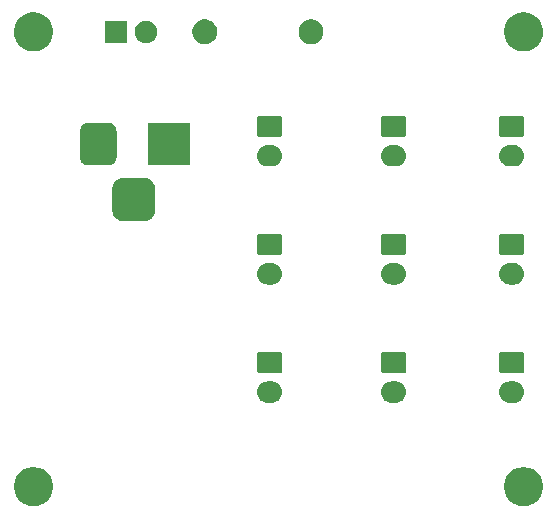
<source format=gbr>
G04 #@! TF.GenerationSoftware,KiCad,Pcbnew,(5.1.4)-1*
G04 #@! TF.CreationDate,2020-10-15T16:48:05+03:00*
G04 #@! TF.ProjectId,12V5A_breakout,31325635-415f-4627-9265-616b6f75742e,rev?*
G04 #@! TF.SameCoordinates,Original*
G04 #@! TF.FileFunction,Soldermask,Top*
G04 #@! TF.FilePolarity,Negative*
%FSLAX46Y46*%
G04 Gerber Fmt 4.6, Leading zero omitted, Abs format (unit mm)*
G04 Created by KiCad (PCBNEW (5.1.4)-1) date 2020-10-15 16:48:05*
%MOMM*%
%LPD*%
G04 APERTURE LIST*
%ADD10C,0.100000*%
G04 APERTURE END LIST*
D10*
G36*
X120375256Y-79891298D02*
G01*
X120481579Y-79912447D01*
X120782042Y-80036903D01*
X121052451Y-80217585D01*
X121282415Y-80447549D01*
X121463097Y-80717958D01*
X121587553Y-81018421D01*
X121651000Y-81337391D01*
X121651000Y-81662609D01*
X121587553Y-81981579D01*
X121463097Y-82282042D01*
X121282415Y-82552451D01*
X121052451Y-82782415D01*
X120782042Y-82963097D01*
X120481579Y-83087553D01*
X120375256Y-83108702D01*
X120162611Y-83151000D01*
X119837389Y-83151000D01*
X119624744Y-83108702D01*
X119518421Y-83087553D01*
X119217958Y-82963097D01*
X118947549Y-82782415D01*
X118717585Y-82552451D01*
X118536903Y-82282042D01*
X118412447Y-81981579D01*
X118349000Y-81662609D01*
X118349000Y-81337391D01*
X118412447Y-81018421D01*
X118536903Y-80717958D01*
X118717585Y-80447549D01*
X118947549Y-80217585D01*
X119217958Y-80036903D01*
X119518421Y-79912447D01*
X119624744Y-79891298D01*
X119837389Y-79849000D01*
X120162611Y-79849000D01*
X120375256Y-79891298D01*
X120375256Y-79891298D01*
G37*
G36*
X78875256Y-79891298D02*
G01*
X78981579Y-79912447D01*
X79282042Y-80036903D01*
X79552451Y-80217585D01*
X79782415Y-80447549D01*
X79963097Y-80717958D01*
X80087553Y-81018421D01*
X80151000Y-81337391D01*
X80151000Y-81662609D01*
X80087553Y-81981579D01*
X79963097Y-82282042D01*
X79782415Y-82552451D01*
X79552451Y-82782415D01*
X79282042Y-82963097D01*
X78981579Y-83087553D01*
X78875256Y-83108702D01*
X78662611Y-83151000D01*
X78337389Y-83151000D01*
X78124744Y-83108702D01*
X78018421Y-83087553D01*
X77717958Y-82963097D01*
X77447549Y-82782415D01*
X77217585Y-82552451D01*
X77036903Y-82282042D01*
X76912447Y-81981579D01*
X76849000Y-81662609D01*
X76849000Y-81337391D01*
X76912447Y-81018421D01*
X77036903Y-80717958D01*
X77217585Y-80447549D01*
X77447549Y-80217585D01*
X77717958Y-80036903D01*
X78018421Y-79912447D01*
X78124744Y-79891298D01*
X78337389Y-79849000D01*
X78662611Y-79849000D01*
X78875256Y-79891298D01*
X78875256Y-79891298D01*
G37*
G36*
X119260443Y-72605519D02*
G01*
X119326627Y-72612037D01*
X119496466Y-72663557D01*
X119652991Y-72747222D01*
X119688729Y-72776552D01*
X119790186Y-72859814D01*
X119873448Y-72961271D01*
X119902778Y-72997009D01*
X119986443Y-73153534D01*
X120037963Y-73323373D01*
X120055359Y-73500000D01*
X120037963Y-73676627D01*
X119986443Y-73846466D01*
X119902778Y-74002991D01*
X119873448Y-74038729D01*
X119790186Y-74140186D01*
X119688729Y-74223448D01*
X119652991Y-74252778D01*
X119496466Y-74336443D01*
X119326627Y-74387963D01*
X119260442Y-74394482D01*
X119194260Y-74401000D01*
X118805740Y-74401000D01*
X118739558Y-74394482D01*
X118673373Y-74387963D01*
X118503534Y-74336443D01*
X118347009Y-74252778D01*
X118311271Y-74223448D01*
X118209814Y-74140186D01*
X118126552Y-74038729D01*
X118097222Y-74002991D01*
X118013557Y-73846466D01*
X117962037Y-73676627D01*
X117944641Y-73500000D01*
X117962037Y-73323373D01*
X118013557Y-73153534D01*
X118097222Y-72997009D01*
X118126552Y-72961271D01*
X118209814Y-72859814D01*
X118311271Y-72776552D01*
X118347009Y-72747222D01*
X118503534Y-72663557D01*
X118673373Y-72612037D01*
X118739557Y-72605519D01*
X118805740Y-72599000D01*
X119194260Y-72599000D01*
X119260443Y-72605519D01*
X119260443Y-72605519D01*
G37*
G36*
X109260443Y-72605519D02*
G01*
X109326627Y-72612037D01*
X109496466Y-72663557D01*
X109652991Y-72747222D01*
X109688729Y-72776552D01*
X109790186Y-72859814D01*
X109873448Y-72961271D01*
X109902778Y-72997009D01*
X109986443Y-73153534D01*
X110037963Y-73323373D01*
X110055359Y-73500000D01*
X110037963Y-73676627D01*
X109986443Y-73846466D01*
X109902778Y-74002991D01*
X109873448Y-74038729D01*
X109790186Y-74140186D01*
X109688729Y-74223448D01*
X109652991Y-74252778D01*
X109496466Y-74336443D01*
X109326627Y-74387963D01*
X109260442Y-74394482D01*
X109194260Y-74401000D01*
X108805740Y-74401000D01*
X108739558Y-74394482D01*
X108673373Y-74387963D01*
X108503534Y-74336443D01*
X108347009Y-74252778D01*
X108311271Y-74223448D01*
X108209814Y-74140186D01*
X108126552Y-74038729D01*
X108097222Y-74002991D01*
X108013557Y-73846466D01*
X107962037Y-73676627D01*
X107944641Y-73500000D01*
X107962037Y-73323373D01*
X108013557Y-73153534D01*
X108097222Y-72997009D01*
X108126552Y-72961271D01*
X108209814Y-72859814D01*
X108311271Y-72776552D01*
X108347009Y-72747222D01*
X108503534Y-72663557D01*
X108673373Y-72612037D01*
X108739557Y-72605519D01*
X108805740Y-72599000D01*
X109194260Y-72599000D01*
X109260443Y-72605519D01*
X109260443Y-72605519D01*
G37*
G36*
X98760443Y-72605519D02*
G01*
X98826627Y-72612037D01*
X98996466Y-72663557D01*
X99152991Y-72747222D01*
X99188729Y-72776552D01*
X99290186Y-72859814D01*
X99373448Y-72961271D01*
X99402778Y-72997009D01*
X99486443Y-73153534D01*
X99537963Y-73323373D01*
X99555359Y-73500000D01*
X99537963Y-73676627D01*
X99486443Y-73846466D01*
X99402778Y-74002991D01*
X99373448Y-74038729D01*
X99290186Y-74140186D01*
X99188729Y-74223448D01*
X99152991Y-74252778D01*
X98996466Y-74336443D01*
X98826627Y-74387963D01*
X98760442Y-74394482D01*
X98694260Y-74401000D01*
X98305740Y-74401000D01*
X98239558Y-74394482D01*
X98173373Y-74387963D01*
X98003534Y-74336443D01*
X97847009Y-74252778D01*
X97811271Y-74223448D01*
X97709814Y-74140186D01*
X97626552Y-74038729D01*
X97597222Y-74002991D01*
X97513557Y-73846466D01*
X97462037Y-73676627D01*
X97444641Y-73500000D01*
X97462037Y-73323373D01*
X97513557Y-73153534D01*
X97597222Y-72997009D01*
X97626552Y-72961271D01*
X97709814Y-72859814D01*
X97811271Y-72776552D01*
X97847009Y-72747222D01*
X98003534Y-72663557D01*
X98173373Y-72612037D01*
X98239557Y-72605519D01*
X98305740Y-72599000D01*
X98694260Y-72599000D01*
X98760443Y-72605519D01*
X98760443Y-72605519D01*
G37*
G36*
X119908600Y-70102989D02*
G01*
X119941652Y-70113015D01*
X119972103Y-70129292D01*
X119998799Y-70151201D01*
X120020708Y-70177897D01*
X120036985Y-70208348D01*
X120047011Y-70241400D01*
X120051000Y-70281903D01*
X120051000Y-71718097D01*
X120047011Y-71758600D01*
X120036985Y-71791652D01*
X120020708Y-71822103D01*
X119998799Y-71848799D01*
X119972103Y-71870708D01*
X119941652Y-71886985D01*
X119908600Y-71897011D01*
X119868097Y-71901000D01*
X118131903Y-71901000D01*
X118091400Y-71897011D01*
X118058348Y-71886985D01*
X118027897Y-71870708D01*
X118001201Y-71848799D01*
X117979292Y-71822103D01*
X117963015Y-71791652D01*
X117952989Y-71758600D01*
X117949000Y-71718097D01*
X117949000Y-70281903D01*
X117952989Y-70241400D01*
X117963015Y-70208348D01*
X117979292Y-70177897D01*
X118001201Y-70151201D01*
X118027897Y-70129292D01*
X118058348Y-70113015D01*
X118091400Y-70102989D01*
X118131903Y-70099000D01*
X119868097Y-70099000D01*
X119908600Y-70102989D01*
X119908600Y-70102989D01*
G37*
G36*
X109908600Y-70102989D02*
G01*
X109941652Y-70113015D01*
X109972103Y-70129292D01*
X109998799Y-70151201D01*
X110020708Y-70177897D01*
X110036985Y-70208348D01*
X110047011Y-70241400D01*
X110051000Y-70281903D01*
X110051000Y-71718097D01*
X110047011Y-71758600D01*
X110036985Y-71791652D01*
X110020708Y-71822103D01*
X109998799Y-71848799D01*
X109972103Y-71870708D01*
X109941652Y-71886985D01*
X109908600Y-71897011D01*
X109868097Y-71901000D01*
X108131903Y-71901000D01*
X108091400Y-71897011D01*
X108058348Y-71886985D01*
X108027897Y-71870708D01*
X108001201Y-71848799D01*
X107979292Y-71822103D01*
X107963015Y-71791652D01*
X107952989Y-71758600D01*
X107949000Y-71718097D01*
X107949000Y-70281903D01*
X107952989Y-70241400D01*
X107963015Y-70208348D01*
X107979292Y-70177897D01*
X108001201Y-70151201D01*
X108027897Y-70129292D01*
X108058348Y-70113015D01*
X108091400Y-70102989D01*
X108131903Y-70099000D01*
X109868097Y-70099000D01*
X109908600Y-70102989D01*
X109908600Y-70102989D01*
G37*
G36*
X99408600Y-70102989D02*
G01*
X99441652Y-70113015D01*
X99472103Y-70129292D01*
X99498799Y-70151201D01*
X99520708Y-70177897D01*
X99536985Y-70208348D01*
X99547011Y-70241400D01*
X99551000Y-70281903D01*
X99551000Y-71718097D01*
X99547011Y-71758600D01*
X99536985Y-71791652D01*
X99520708Y-71822103D01*
X99498799Y-71848799D01*
X99472103Y-71870708D01*
X99441652Y-71886985D01*
X99408600Y-71897011D01*
X99368097Y-71901000D01*
X97631903Y-71901000D01*
X97591400Y-71897011D01*
X97558348Y-71886985D01*
X97527897Y-71870708D01*
X97501201Y-71848799D01*
X97479292Y-71822103D01*
X97463015Y-71791652D01*
X97452989Y-71758600D01*
X97449000Y-71718097D01*
X97449000Y-70281903D01*
X97452989Y-70241400D01*
X97463015Y-70208348D01*
X97479292Y-70177897D01*
X97501201Y-70151201D01*
X97527897Y-70129292D01*
X97558348Y-70113015D01*
X97591400Y-70102989D01*
X97631903Y-70099000D01*
X99368097Y-70099000D01*
X99408600Y-70102989D01*
X99408600Y-70102989D01*
G37*
G36*
X98760442Y-62605518D02*
G01*
X98826627Y-62612037D01*
X98996466Y-62663557D01*
X99152991Y-62747222D01*
X99188729Y-62776552D01*
X99290186Y-62859814D01*
X99373448Y-62961271D01*
X99402778Y-62997009D01*
X99486443Y-63153534D01*
X99537963Y-63323373D01*
X99555359Y-63500000D01*
X99537963Y-63676627D01*
X99486443Y-63846466D01*
X99402778Y-64002991D01*
X99373448Y-64038729D01*
X99290186Y-64140186D01*
X99188729Y-64223448D01*
X99152991Y-64252778D01*
X98996466Y-64336443D01*
X98826627Y-64387963D01*
X98760442Y-64394482D01*
X98694260Y-64401000D01*
X98305740Y-64401000D01*
X98239558Y-64394482D01*
X98173373Y-64387963D01*
X98003534Y-64336443D01*
X97847009Y-64252778D01*
X97811271Y-64223448D01*
X97709814Y-64140186D01*
X97626552Y-64038729D01*
X97597222Y-64002991D01*
X97513557Y-63846466D01*
X97462037Y-63676627D01*
X97444641Y-63500000D01*
X97462037Y-63323373D01*
X97513557Y-63153534D01*
X97597222Y-62997009D01*
X97626552Y-62961271D01*
X97709814Y-62859814D01*
X97811271Y-62776552D01*
X97847009Y-62747222D01*
X98003534Y-62663557D01*
X98173373Y-62612037D01*
X98239558Y-62605518D01*
X98305740Y-62599000D01*
X98694260Y-62599000D01*
X98760442Y-62605518D01*
X98760442Y-62605518D01*
G37*
G36*
X119260442Y-62605518D02*
G01*
X119326627Y-62612037D01*
X119496466Y-62663557D01*
X119652991Y-62747222D01*
X119688729Y-62776552D01*
X119790186Y-62859814D01*
X119873448Y-62961271D01*
X119902778Y-62997009D01*
X119986443Y-63153534D01*
X120037963Y-63323373D01*
X120055359Y-63500000D01*
X120037963Y-63676627D01*
X119986443Y-63846466D01*
X119902778Y-64002991D01*
X119873448Y-64038729D01*
X119790186Y-64140186D01*
X119688729Y-64223448D01*
X119652991Y-64252778D01*
X119496466Y-64336443D01*
X119326627Y-64387963D01*
X119260442Y-64394482D01*
X119194260Y-64401000D01*
X118805740Y-64401000D01*
X118739558Y-64394482D01*
X118673373Y-64387963D01*
X118503534Y-64336443D01*
X118347009Y-64252778D01*
X118311271Y-64223448D01*
X118209814Y-64140186D01*
X118126552Y-64038729D01*
X118097222Y-64002991D01*
X118013557Y-63846466D01*
X117962037Y-63676627D01*
X117944641Y-63500000D01*
X117962037Y-63323373D01*
X118013557Y-63153534D01*
X118097222Y-62997009D01*
X118126552Y-62961271D01*
X118209814Y-62859814D01*
X118311271Y-62776552D01*
X118347009Y-62747222D01*
X118503534Y-62663557D01*
X118673373Y-62612037D01*
X118739558Y-62605518D01*
X118805740Y-62599000D01*
X119194260Y-62599000D01*
X119260442Y-62605518D01*
X119260442Y-62605518D01*
G37*
G36*
X109260442Y-62605518D02*
G01*
X109326627Y-62612037D01*
X109496466Y-62663557D01*
X109652991Y-62747222D01*
X109688729Y-62776552D01*
X109790186Y-62859814D01*
X109873448Y-62961271D01*
X109902778Y-62997009D01*
X109986443Y-63153534D01*
X110037963Y-63323373D01*
X110055359Y-63500000D01*
X110037963Y-63676627D01*
X109986443Y-63846466D01*
X109902778Y-64002991D01*
X109873448Y-64038729D01*
X109790186Y-64140186D01*
X109688729Y-64223448D01*
X109652991Y-64252778D01*
X109496466Y-64336443D01*
X109326627Y-64387963D01*
X109260442Y-64394482D01*
X109194260Y-64401000D01*
X108805740Y-64401000D01*
X108739558Y-64394482D01*
X108673373Y-64387963D01*
X108503534Y-64336443D01*
X108347009Y-64252778D01*
X108311271Y-64223448D01*
X108209814Y-64140186D01*
X108126552Y-64038729D01*
X108097222Y-64002991D01*
X108013557Y-63846466D01*
X107962037Y-63676627D01*
X107944641Y-63500000D01*
X107962037Y-63323373D01*
X108013557Y-63153534D01*
X108097222Y-62997009D01*
X108126552Y-62961271D01*
X108209814Y-62859814D01*
X108311271Y-62776552D01*
X108347009Y-62747222D01*
X108503534Y-62663557D01*
X108673373Y-62612037D01*
X108739558Y-62605518D01*
X108805740Y-62599000D01*
X109194260Y-62599000D01*
X109260442Y-62605518D01*
X109260442Y-62605518D01*
G37*
G36*
X99408600Y-60102989D02*
G01*
X99441652Y-60113015D01*
X99472103Y-60129292D01*
X99498799Y-60151201D01*
X99520708Y-60177897D01*
X99536985Y-60208348D01*
X99547011Y-60241400D01*
X99551000Y-60281903D01*
X99551000Y-61718097D01*
X99547011Y-61758600D01*
X99536985Y-61791652D01*
X99520708Y-61822103D01*
X99498799Y-61848799D01*
X99472103Y-61870708D01*
X99441652Y-61886985D01*
X99408600Y-61897011D01*
X99368097Y-61901000D01*
X97631903Y-61901000D01*
X97591400Y-61897011D01*
X97558348Y-61886985D01*
X97527897Y-61870708D01*
X97501201Y-61848799D01*
X97479292Y-61822103D01*
X97463015Y-61791652D01*
X97452989Y-61758600D01*
X97449000Y-61718097D01*
X97449000Y-60281903D01*
X97452989Y-60241400D01*
X97463015Y-60208348D01*
X97479292Y-60177897D01*
X97501201Y-60151201D01*
X97527897Y-60129292D01*
X97558348Y-60113015D01*
X97591400Y-60102989D01*
X97631903Y-60099000D01*
X99368097Y-60099000D01*
X99408600Y-60102989D01*
X99408600Y-60102989D01*
G37*
G36*
X109908600Y-60102989D02*
G01*
X109941652Y-60113015D01*
X109972103Y-60129292D01*
X109998799Y-60151201D01*
X110020708Y-60177897D01*
X110036985Y-60208348D01*
X110047011Y-60241400D01*
X110051000Y-60281903D01*
X110051000Y-61718097D01*
X110047011Y-61758600D01*
X110036985Y-61791652D01*
X110020708Y-61822103D01*
X109998799Y-61848799D01*
X109972103Y-61870708D01*
X109941652Y-61886985D01*
X109908600Y-61897011D01*
X109868097Y-61901000D01*
X108131903Y-61901000D01*
X108091400Y-61897011D01*
X108058348Y-61886985D01*
X108027897Y-61870708D01*
X108001201Y-61848799D01*
X107979292Y-61822103D01*
X107963015Y-61791652D01*
X107952989Y-61758600D01*
X107949000Y-61718097D01*
X107949000Y-60281903D01*
X107952989Y-60241400D01*
X107963015Y-60208348D01*
X107979292Y-60177897D01*
X108001201Y-60151201D01*
X108027897Y-60129292D01*
X108058348Y-60113015D01*
X108091400Y-60102989D01*
X108131903Y-60099000D01*
X109868097Y-60099000D01*
X109908600Y-60102989D01*
X109908600Y-60102989D01*
G37*
G36*
X119908600Y-60102989D02*
G01*
X119941652Y-60113015D01*
X119972103Y-60129292D01*
X119998799Y-60151201D01*
X120020708Y-60177897D01*
X120036985Y-60208348D01*
X120047011Y-60241400D01*
X120051000Y-60281903D01*
X120051000Y-61718097D01*
X120047011Y-61758600D01*
X120036985Y-61791652D01*
X120020708Y-61822103D01*
X119998799Y-61848799D01*
X119972103Y-61870708D01*
X119941652Y-61886985D01*
X119908600Y-61897011D01*
X119868097Y-61901000D01*
X118131903Y-61901000D01*
X118091400Y-61897011D01*
X118058348Y-61886985D01*
X118027897Y-61870708D01*
X118001201Y-61848799D01*
X117979292Y-61822103D01*
X117963015Y-61791652D01*
X117952989Y-61758600D01*
X117949000Y-61718097D01*
X117949000Y-60281903D01*
X117952989Y-60241400D01*
X117963015Y-60208348D01*
X117979292Y-60177897D01*
X118001201Y-60151201D01*
X118027897Y-60129292D01*
X118058348Y-60113015D01*
X118091400Y-60102989D01*
X118131903Y-60099000D01*
X119868097Y-60099000D01*
X119908600Y-60102989D01*
X119908600Y-60102989D01*
G37*
G36*
X88126366Y-55415695D02*
G01*
X88283460Y-55463349D01*
X88428231Y-55540731D01*
X88555128Y-55644872D01*
X88659269Y-55771769D01*
X88736651Y-55916540D01*
X88784305Y-56073634D01*
X88801000Y-56243140D01*
X88801000Y-58156860D01*
X88784305Y-58326366D01*
X88736651Y-58483460D01*
X88659269Y-58628231D01*
X88555128Y-58755128D01*
X88428231Y-58859269D01*
X88283460Y-58936651D01*
X88126366Y-58984305D01*
X87956860Y-59001000D01*
X86043140Y-59001000D01*
X85873634Y-58984305D01*
X85716540Y-58936651D01*
X85571769Y-58859269D01*
X85444872Y-58755128D01*
X85340731Y-58628231D01*
X85263349Y-58483460D01*
X85215695Y-58326366D01*
X85199000Y-58156860D01*
X85199000Y-56243140D01*
X85215695Y-56073634D01*
X85263349Y-55916540D01*
X85340731Y-55771769D01*
X85444872Y-55644872D01*
X85571769Y-55540731D01*
X85716540Y-55463349D01*
X85873634Y-55415695D01*
X86043140Y-55399000D01*
X87956860Y-55399000D01*
X88126366Y-55415695D01*
X88126366Y-55415695D01*
G37*
G36*
X98760443Y-52605519D02*
G01*
X98826627Y-52612037D01*
X98996466Y-52663557D01*
X99152991Y-52747222D01*
X99188729Y-52776552D01*
X99290186Y-52859814D01*
X99373448Y-52961271D01*
X99402778Y-52997009D01*
X99486443Y-53153534D01*
X99537963Y-53323373D01*
X99555359Y-53500000D01*
X99537963Y-53676627D01*
X99486443Y-53846466D01*
X99402778Y-54002991D01*
X99373448Y-54038729D01*
X99290186Y-54140186D01*
X99188729Y-54223448D01*
X99152991Y-54252778D01*
X98996466Y-54336443D01*
X98826627Y-54387963D01*
X98760443Y-54394481D01*
X98694260Y-54401000D01*
X98305740Y-54401000D01*
X98239557Y-54394481D01*
X98173373Y-54387963D01*
X98003534Y-54336443D01*
X97847009Y-54252778D01*
X97811271Y-54223448D01*
X97709814Y-54140186D01*
X97626552Y-54038729D01*
X97597222Y-54002991D01*
X97513557Y-53846466D01*
X97462037Y-53676627D01*
X97444641Y-53500000D01*
X97462037Y-53323373D01*
X97513557Y-53153534D01*
X97597222Y-52997009D01*
X97626552Y-52961271D01*
X97709814Y-52859814D01*
X97811271Y-52776552D01*
X97847009Y-52747222D01*
X98003534Y-52663557D01*
X98173373Y-52612037D01*
X98239557Y-52605519D01*
X98305740Y-52599000D01*
X98694260Y-52599000D01*
X98760443Y-52605519D01*
X98760443Y-52605519D01*
G37*
G36*
X119260443Y-52605519D02*
G01*
X119326627Y-52612037D01*
X119496466Y-52663557D01*
X119652991Y-52747222D01*
X119688729Y-52776552D01*
X119790186Y-52859814D01*
X119873448Y-52961271D01*
X119902778Y-52997009D01*
X119986443Y-53153534D01*
X120037963Y-53323373D01*
X120055359Y-53500000D01*
X120037963Y-53676627D01*
X119986443Y-53846466D01*
X119902778Y-54002991D01*
X119873448Y-54038729D01*
X119790186Y-54140186D01*
X119688729Y-54223448D01*
X119652991Y-54252778D01*
X119496466Y-54336443D01*
X119326627Y-54387963D01*
X119260443Y-54394481D01*
X119194260Y-54401000D01*
X118805740Y-54401000D01*
X118739557Y-54394481D01*
X118673373Y-54387963D01*
X118503534Y-54336443D01*
X118347009Y-54252778D01*
X118311271Y-54223448D01*
X118209814Y-54140186D01*
X118126552Y-54038729D01*
X118097222Y-54002991D01*
X118013557Y-53846466D01*
X117962037Y-53676627D01*
X117944641Y-53500000D01*
X117962037Y-53323373D01*
X118013557Y-53153534D01*
X118097222Y-52997009D01*
X118126552Y-52961271D01*
X118209814Y-52859814D01*
X118311271Y-52776552D01*
X118347009Y-52747222D01*
X118503534Y-52663557D01*
X118673373Y-52612037D01*
X118739557Y-52605519D01*
X118805740Y-52599000D01*
X119194260Y-52599000D01*
X119260443Y-52605519D01*
X119260443Y-52605519D01*
G37*
G36*
X109260443Y-52605519D02*
G01*
X109326627Y-52612037D01*
X109496466Y-52663557D01*
X109652991Y-52747222D01*
X109688729Y-52776552D01*
X109790186Y-52859814D01*
X109873448Y-52961271D01*
X109902778Y-52997009D01*
X109986443Y-53153534D01*
X110037963Y-53323373D01*
X110055359Y-53500000D01*
X110037963Y-53676627D01*
X109986443Y-53846466D01*
X109902778Y-54002991D01*
X109873448Y-54038729D01*
X109790186Y-54140186D01*
X109688729Y-54223448D01*
X109652991Y-54252778D01*
X109496466Y-54336443D01*
X109326627Y-54387963D01*
X109260443Y-54394481D01*
X109194260Y-54401000D01*
X108805740Y-54401000D01*
X108739557Y-54394481D01*
X108673373Y-54387963D01*
X108503534Y-54336443D01*
X108347009Y-54252778D01*
X108311271Y-54223448D01*
X108209814Y-54140186D01*
X108126552Y-54038729D01*
X108097222Y-54002991D01*
X108013557Y-53846466D01*
X107962037Y-53676627D01*
X107944641Y-53500000D01*
X107962037Y-53323373D01*
X108013557Y-53153534D01*
X108097222Y-52997009D01*
X108126552Y-52961271D01*
X108209814Y-52859814D01*
X108311271Y-52776552D01*
X108347009Y-52747222D01*
X108503534Y-52663557D01*
X108673373Y-52612037D01*
X108739557Y-52605519D01*
X108805740Y-52599000D01*
X109194260Y-52599000D01*
X109260443Y-52605519D01*
X109260443Y-52605519D01*
G37*
G36*
X91801000Y-54301000D02*
G01*
X88199000Y-54301000D01*
X88199000Y-50699000D01*
X91801000Y-50699000D01*
X91801000Y-54301000D01*
X91801000Y-54301000D01*
G37*
G36*
X84976979Y-50713293D02*
G01*
X85110625Y-50753834D01*
X85233784Y-50819664D01*
X85341740Y-50908260D01*
X85430336Y-51016216D01*
X85496166Y-51139375D01*
X85536707Y-51273021D01*
X85551000Y-51418140D01*
X85551000Y-53581860D01*
X85536707Y-53726979D01*
X85496166Y-53860625D01*
X85430336Y-53983784D01*
X85341740Y-54091740D01*
X85233784Y-54180336D01*
X85110625Y-54246166D01*
X84976979Y-54286707D01*
X84831860Y-54301000D01*
X83168140Y-54301000D01*
X83023021Y-54286707D01*
X82889375Y-54246166D01*
X82766216Y-54180336D01*
X82658260Y-54091740D01*
X82569664Y-53983784D01*
X82503834Y-53860625D01*
X82463293Y-53726979D01*
X82449000Y-53581860D01*
X82449000Y-51418140D01*
X82463293Y-51273021D01*
X82503834Y-51139375D01*
X82569664Y-51016216D01*
X82658260Y-50908260D01*
X82766216Y-50819664D01*
X82889375Y-50753834D01*
X83023021Y-50713293D01*
X83168140Y-50699000D01*
X84831860Y-50699000D01*
X84976979Y-50713293D01*
X84976979Y-50713293D01*
G37*
G36*
X99408600Y-50102989D02*
G01*
X99441652Y-50113015D01*
X99472103Y-50129292D01*
X99498799Y-50151201D01*
X99520708Y-50177897D01*
X99536985Y-50208348D01*
X99547011Y-50241400D01*
X99551000Y-50281903D01*
X99551000Y-51718097D01*
X99547011Y-51758600D01*
X99536985Y-51791652D01*
X99520708Y-51822103D01*
X99498799Y-51848799D01*
X99472103Y-51870708D01*
X99441652Y-51886985D01*
X99408600Y-51897011D01*
X99368097Y-51901000D01*
X97631903Y-51901000D01*
X97591400Y-51897011D01*
X97558348Y-51886985D01*
X97527897Y-51870708D01*
X97501201Y-51848799D01*
X97479292Y-51822103D01*
X97463015Y-51791652D01*
X97452989Y-51758600D01*
X97449000Y-51718097D01*
X97449000Y-50281903D01*
X97452989Y-50241400D01*
X97463015Y-50208348D01*
X97479292Y-50177897D01*
X97501201Y-50151201D01*
X97527897Y-50129292D01*
X97558348Y-50113015D01*
X97591400Y-50102989D01*
X97631903Y-50099000D01*
X99368097Y-50099000D01*
X99408600Y-50102989D01*
X99408600Y-50102989D01*
G37*
G36*
X109908600Y-50102989D02*
G01*
X109941652Y-50113015D01*
X109972103Y-50129292D01*
X109998799Y-50151201D01*
X110020708Y-50177897D01*
X110036985Y-50208348D01*
X110047011Y-50241400D01*
X110051000Y-50281903D01*
X110051000Y-51718097D01*
X110047011Y-51758600D01*
X110036985Y-51791652D01*
X110020708Y-51822103D01*
X109998799Y-51848799D01*
X109972103Y-51870708D01*
X109941652Y-51886985D01*
X109908600Y-51897011D01*
X109868097Y-51901000D01*
X108131903Y-51901000D01*
X108091400Y-51897011D01*
X108058348Y-51886985D01*
X108027897Y-51870708D01*
X108001201Y-51848799D01*
X107979292Y-51822103D01*
X107963015Y-51791652D01*
X107952989Y-51758600D01*
X107949000Y-51718097D01*
X107949000Y-50281903D01*
X107952989Y-50241400D01*
X107963015Y-50208348D01*
X107979292Y-50177897D01*
X108001201Y-50151201D01*
X108027897Y-50129292D01*
X108058348Y-50113015D01*
X108091400Y-50102989D01*
X108131903Y-50099000D01*
X109868097Y-50099000D01*
X109908600Y-50102989D01*
X109908600Y-50102989D01*
G37*
G36*
X119908600Y-50102989D02*
G01*
X119941652Y-50113015D01*
X119972103Y-50129292D01*
X119998799Y-50151201D01*
X120020708Y-50177897D01*
X120036985Y-50208348D01*
X120047011Y-50241400D01*
X120051000Y-50281903D01*
X120051000Y-51718097D01*
X120047011Y-51758600D01*
X120036985Y-51791652D01*
X120020708Y-51822103D01*
X119998799Y-51848799D01*
X119972103Y-51870708D01*
X119941652Y-51886985D01*
X119908600Y-51897011D01*
X119868097Y-51901000D01*
X118131903Y-51901000D01*
X118091400Y-51897011D01*
X118058348Y-51886985D01*
X118027897Y-51870708D01*
X118001201Y-51848799D01*
X117979292Y-51822103D01*
X117963015Y-51791652D01*
X117952989Y-51758600D01*
X117949000Y-51718097D01*
X117949000Y-50281903D01*
X117952989Y-50241400D01*
X117963015Y-50208348D01*
X117979292Y-50177897D01*
X118001201Y-50151201D01*
X118027897Y-50129292D01*
X118058348Y-50113015D01*
X118091400Y-50102989D01*
X118131903Y-50099000D01*
X119868097Y-50099000D01*
X119908600Y-50102989D01*
X119908600Y-50102989D01*
G37*
G36*
X78875256Y-41391298D02*
G01*
X78981579Y-41412447D01*
X79282042Y-41536903D01*
X79552451Y-41717585D01*
X79782415Y-41947549D01*
X79963097Y-42217958D01*
X80087553Y-42518421D01*
X80093742Y-42549534D01*
X80151000Y-42837389D01*
X80151000Y-43162611D01*
X80108702Y-43375256D01*
X80087553Y-43481579D01*
X79963097Y-43782042D01*
X79782415Y-44052451D01*
X79552451Y-44282415D01*
X79282042Y-44463097D01*
X78981579Y-44587553D01*
X78875256Y-44608702D01*
X78662611Y-44651000D01*
X78337389Y-44651000D01*
X78124744Y-44608702D01*
X78018421Y-44587553D01*
X77717958Y-44463097D01*
X77447549Y-44282415D01*
X77217585Y-44052451D01*
X77036903Y-43782042D01*
X76912447Y-43481579D01*
X76891298Y-43375256D01*
X76849000Y-43162611D01*
X76849000Y-42837389D01*
X76906258Y-42549534D01*
X76912447Y-42518421D01*
X77036903Y-42217958D01*
X77217585Y-41947549D01*
X77447549Y-41717585D01*
X77717958Y-41536903D01*
X78018421Y-41412447D01*
X78124744Y-41391298D01*
X78337389Y-41349000D01*
X78662611Y-41349000D01*
X78875256Y-41391298D01*
X78875256Y-41391298D01*
G37*
G36*
X120375256Y-41391298D02*
G01*
X120481579Y-41412447D01*
X120782042Y-41536903D01*
X121052451Y-41717585D01*
X121282415Y-41947549D01*
X121463097Y-42217958D01*
X121587553Y-42518421D01*
X121593742Y-42549534D01*
X121651000Y-42837389D01*
X121651000Y-43162611D01*
X121608702Y-43375256D01*
X121587553Y-43481579D01*
X121463097Y-43782042D01*
X121282415Y-44052451D01*
X121052451Y-44282415D01*
X120782042Y-44463097D01*
X120481579Y-44587553D01*
X120375256Y-44608702D01*
X120162611Y-44651000D01*
X119837389Y-44651000D01*
X119624744Y-44608702D01*
X119518421Y-44587553D01*
X119217958Y-44463097D01*
X118947549Y-44282415D01*
X118717585Y-44052451D01*
X118536903Y-43782042D01*
X118412447Y-43481579D01*
X118391298Y-43375256D01*
X118349000Y-43162611D01*
X118349000Y-42837389D01*
X118406258Y-42549534D01*
X118412447Y-42518421D01*
X118536903Y-42217958D01*
X118717585Y-41947549D01*
X118947549Y-41717585D01*
X119217958Y-41536903D01*
X119518421Y-41412447D01*
X119624744Y-41391298D01*
X119837389Y-41349000D01*
X120162611Y-41349000D01*
X120375256Y-41391298D01*
X120375256Y-41391298D01*
G37*
G36*
X102306564Y-41989389D02*
G01*
X102497833Y-42068615D01*
X102497835Y-42068616D01*
X102523174Y-42085547D01*
X102669973Y-42183635D01*
X102816365Y-42330027D01*
X102931385Y-42502167D01*
X103010611Y-42693436D01*
X103051000Y-42896484D01*
X103051000Y-43103516D01*
X103010611Y-43306564D01*
X102931385Y-43497833D01*
X102931384Y-43497835D01*
X102816365Y-43669973D01*
X102669973Y-43816365D01*
X102497835Y-43931384D01*
X102497834Y-43931385D01*
X102497833Y-43931385D01*
X102306564Y-44010611D01*
X102103516Y-44051000D01*
X101896484Y-44051000D01*
X101693436Y-44010611D01*
X101502167Y-43931385D01*
X101502166Y-43931385D01*
X101502165Y-43931384D01*
X101330027Y-43816365D01*
X101183635Y-43669973D01*
X101068616Y-43497835D01*
X101068615Y-43497833D01*
X100989389Y-43306564D01*
X100949000Y-43103516D01*
X100949000Y-42896484D01*
X100989389Y-42693436D01*
X101068615Y-42502167D01*
X101183635Y-42330027D01*
X101330027Y-42183635D01*
X101476826Y-42085547D01*
X101502165Y-42068616D01*
X101502167Y-42068615D01*
X101693436Y-41989389D01*
X101896484Y-41949000D01*
X102103516Y-41949000D01*
X102306564Y-41989389D01*
X102306564Y-41989389D01*
G37*
G36*
X93306564Y-41989389D02*
G01*
X93497833Y-42068615D01*
X93497835Y-42068616D01*
X93523174Y-42085547D01*
X93669973Y-42183635D01*
X93816365Y-42330027D01*
X93931385Y-42502167D01*
X94010611Y-42693436D01*
X94051000Y-42896484D01*
X94051000Y-43103516D01*
X94010611Y-43306564D01*
X93931385Y-43497833D01*
X93931384Y-43497835D01*
X93816365Y-43669973D01*
X93669973Y-43816365D01*
X93497835Y-43931384D01*
X93497834Y-43931385D01*
X93497833Y-43931385D01*
X93306564Y-44010611D01*
X93103516Y-44051000D01*
X92896484Y-44051000D01*
X92693436Y-44010611D01*
X92502167Y-43931385D01*
X92502166Y-43931385D01*
X92502165Y-43931384D01*
X92330027Y-43816365D01*
X92183635Y-43669973D01*
X92068616Y-43497835D01*
X92068615Y-43497833D01*
X91989389Y-43306564D01*
X91949000Y-43103516D01*
X91949000Y-42896484D01*
X91989389Y-42693436D01*
X92068615Y-42502167D01*
X92183635Y-42330027D01*
X92330027Y-42183635D01*
X92476826Y-42085547D01*
X92502165Y-42068616D01*
X92502167Y-42068615D01*
X92693436Y-41989389D01*
X92896484Y-41949000D01*
X93103516Y-41949000D01*
X93306564Y-41989389D01*
X93306564Y-41989389D01*
G37*
G36*
X88317395Y-42085546D02*
G01*
X88490466Y-42157234D01*
X88490467Y-42157235D01*
X88646227Y-42261310D01*
X88778690Y-42393773D01*
X88778691Y-42393775D01*
X88882766Y-42549534D01*
X88954454Y-42722605D01*
X88991000Y-42906333D01*
X88991000Y-43093667D01*
X88954454Y-43277395D01*
X88882766Y-43450466D01*
X88861977Y-43481579D01*
X88778690Y-43606227D01*
X88646227Y-43738690D01*
X88581349Y-43782040D01*
X88490466Y-43842766D01*
X88317395Y-43914454D01*
X88133667Y-43951000D01*
X87946333Y-43951000D01*
X87762605Y-43914454D01*
X87589534Y-43842766D01*
X87498651Y-43782040D01*
X87433773Y-43738690D01*
X87301310Y-43606227D01*
X87218023Y-43481579D01*
X87197234Y-43450466D01*
X87125546Y-43277395D01*
X87089000Y-43093667D01*
X87089000Y-42906333D01*
X87125546Y-42722605D01*
X87197234Y-42549534D01*
X87301309Y-42393775D01*
X87301310Y-42393773D01*
X87433773Y-42261310D01*
X87589533Y-42157235D01*
X87589534Y-42157234D01*
X87762605Y-42085546D01*
X87946333Y-42049000D01*
X88133667Y-42049000D01*
X88317395Y-42085546D01*
X88317395Y-42085546D01*
G37*
G36*
X86451000Y-43951000D02*
G01*
X84549000Y-43951000D01*
X84549000Y-42049000D01*
X86451000Y-42049000D01*
X86451000Y-43951000D01*
X86451000Y-43951000D01*
G37*
M02*

</source>
